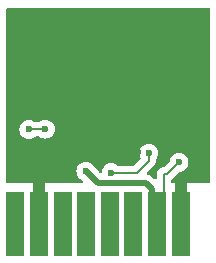
<source format=gbr>
%TF.GenerationSoftware,KiCad,Pcbnew,8.0.8*%
%TF.CreationDate,2025-02-15T05:52:52-08:00*%
%TF.ProjectId,EZ Stepper Line Driver - R2,455a2053-7465-4707-9065-72204c696e65,rev?*%
%TF.SameCoordinates,Original*%
%TF.FileFunction,Copper,L2,Bot*%
%TF.FilePolarity,Positive*%
%FSLAX46Y46*%
G04 Gerber Fmt 4.6, Leading zero omitted, Abs format (unit mm)*
G04 Created by KiCad (PCBNEW 8.0.8) date 2025-02-15 05:52:52*
%MOMM*%
%LPD*%
G01*
G04 APERTURE LIST*
%TA.AperFunction,SMDPad,CuDef*%
%ADD10R,1.600000X5.500000*%
%TD*%
%TA.AperFunction,ViaPad*%
%ADD11C,0.600000*%
%TD*%
%TA.AperFunction,Conductor*%
%ADD12C,0.200000*%
%TD*%
%TA.AperFunction,Conductor*%
%ADD13C,0.500000*%
%TD*%
%TA.AperFunction,Conductor*%
%ADD14C,1.000000*%
%TD*%
G04 APERTURE END LIST*
D10*
%TO.P,U1,9,GND*%
%TO.N,GND*%
X45880000Y124785000D03*
%TO.P,U1,10,5V*%
%TO.N,+5V*%
X43880000Y124785000D03*
%TO.P,U1,11,B2*%
%TO.N,unconnected-(U1-B2-Pad11)*%
X41880000Y124785000D03*
%TO.P,U1,12,B1*%
%TO.N,unconnected-(U1-B1-Pad12)*%
X39880000Y124785000D03*
%TO.P,U1,13,A1*%
%TO.N,unconnected-(U1-A1-Pad13)*%
X37880000Y124785000D03*
%TO.P,U1,14,A2*%
%TO.N,unconnected-(U1-A2-Pad14)*%
X35880000Y124785000D03*
%TO.P,U1,15,GND*%
%TO.N,GND*%
X33880000Y124785000D03*
%TO.P,U1,16,VMOT*%
%TO.N,unconnected-(U1-VMOT-Pad16)*%
X31880000Y124785000D03*
%TD*%
D11*
%TO.N,+5V*%
X34417000Y132842000D03*
X33020000Y132808000D03*
X37846000Y129286000D03*
X45730000Y130035000D03*
%TO.N,GND*%
X46341000Y141224000D03*
X33020000Y129066000D03*
X38091000Y139772000D03*
X35591000Y139772000D03*
X46341000Y140208000D03*
X46863000Y133223000D03*
X32371000Y141224000D03*
X47484000Y140208000D03*
X46341000Y142367000D03*
X32371000Y142367000D03*
X42404000Y140081000D03*
X46641000Y134239000D03*
X47484000Y141224000D03*
X47484000Y142367000D03*
X31750000Y133699000D03*
X40591000Y139772000D03*
X36576000Y133223000D03*
X42291000Y130937000D03*
X33641000Y142367000D03*
X33641000Y141224000D03*
X32371000Y140208000D03*
X33641000Y140208000D03*
%TO.N,/DIAG*%
X43180000Y130810000D03*
X40005000Y129159000D03*
%TD*%
D12*
%TO.N,+5V*%
X44450000Y129006500D02*
X44701500Y129006500D01*
X44450000Y125355000D02*
X43880000Y124785000D01*
D13*
X42926000Y128270000D02*
X38862000Y128270000D01*
X38862000Y128270000D02*
X37846000Y129286000D01*
X43434000Y125231000D02*
X43434000Y127762000D01*
D12*
X34417000Y132842000D02*
X34544000Y132842000D01*
X34417000Y132842000D02*
X33054000Y132842000D01*
X44701500Y129006500D02*
X45730000Y130035000D01*
X43880000Y124785000D02*
X43434000Y125231000D01*
X44450000Y129006500D02*
X44450000Y125355000D01*
X33054000Y132842000D02*
X33020000Y132808000D01*
D13*
X43434000Y127762000D02*
X42926000Y128270000D01*
D14*
%TO.N,GND*%
X33880000Y124785000D02*
X33880000Y129130000D01*
X45880000Y124785000D02*
X45880000Y128535000D01*
D12*
%TO.N,/DIAG*%
X43180000Y130175000D02*
X43180000Y130810000D01*
X40005000Y129159000D02*
X42164000Y129159000D01*
X42164000Y129159000D02*
X43180000Y130175000D01*
%TD*%
%TA.AperFunction,Conductor*%
%TO.N,GND*%
G36*
X48330039Y143109315D02*
G01*
X48375794Y143056511D01*
X48387000Y143005000D01*
X48387000Y128394000D01*
X48367315Y128326961D01*
X48314511Y128281206D01*
X48263000Y128270000D01*
X45174500Y128270000D01*
X45107461Y128289685D01*
X45061706Y128342489D01*
X45050500Y128394000D01*
X45050500Y128454902D01*
X45070185Y128521941D01*
X45086819Y128542583D01*
X45189088Y128644852D01*
X45189090Y128644855D01*
X45748533Y129204298D01*
X45809856Y129237783D01*
X45822330Y129239837D01*
X45909249Y129249630D01*
X46079521Y129309210D01*
X46232262Y129405184D01*
X46359815Y129532737D01*
X46380764Y129566076D01*
X46455789Y129685478D01*
X46515368Y129855745D01*
X46515369Y129855750D01*
X46535565Y130034996D01*
X46535565Y130035003D01*
X46515369Y130214249D01*
X46515368Y130214254D01*
X46510702Y130227589D01*
X46455789Y130384522D01*
X46359816Y130537262D01*
X46232262Y130664816D01*
X46079522Y130760789D01*
X45909255Y130820368D01*
X45909252Y130820368D01*
X45909249Y130820369D01*
X45730004Y130840565D01*
X45729996Y130840565D01*
X45550750Y130820369D01*
X45550745Y130820368D01*
X45380478Y130760789D01*
X45227738Y130664816D01*
X45227737Y130664815D01*
X45100184Y130537262D01*
X45004210Y130384521D01*
X44944630Y130214249D01*
X44934837Y130127330D01*
X44907770Y130062916D01*
X44899298Y130053533D01*
X44489084Y129643319D01*
X44427761Y129609834D01*
X44401403Y129607000D01*
X44370943Y129607000D01*
X44218216Y129566077D01*
X44218209Y129566073D01*
X44081290Y129487024D01*
X44081286Y129487021D01*
X44081284Y129487020D01*
X44081282Y129487018D01*
X43969481Y129375217D01*
X43969475Y129375209D01*
X43890426Y129238290D01*
X43890423Y129238284D01*
X43855178Y129106745D01*
X43849500Y129085556D01*
X43849500Y128707229D01*
X43829815Y128640190D01*
X43777011Y128594435D01*
X43707853Y128584491D01*
X43644297Y128613516D01*
X43637819Y128619548D01*
X43404416Y128852952D01*
X43330729Y128902186D01*
X43281495Y128935084D01*
X43144913Y128991658D01*
X43123033Y128996010D01*
X43061124Y129028393D01*
X43026548Y129089107D01*
X43030286Y129158877D01*
X43059543Y129205308D01*
X43544374Y129690139D01*
X43544385Y129690149D01*
X43548716Y129694480D01*
X43660520Y129806284D01*
X43735700Y129936500D01*
X43739577Y129943215D01*
X43780501Y130095943D01*
X43780501Y130227589D01*
X43800186Y130294628D01*
X43807555Y130304903D01*
X43809815Y130307737D01*
X43853627Y130377462D01*
X43866582Y130398080D01*
X43905788Y130460476D01*
X43965368Y130630745D01*
X43965369Y130630750D01*
X43985565Y130809996D01*
X43985565Y130810003D01*
X43965369Y130989249D01*
X43965368Y130989254D01*
X43965368Y130989255D01*
X43905789Y131159522D01*
X43809816Y131312262D01*
X43682262Y131439816D01*
X43529522Y131535789D01*
X43359255Y131595368D01*
X43359252Y131595368D01*
X43359249Y131595369D01*
X43180004Y131615565D01*
X43179996Y131615565D01*
X43000750Y131595369D01*
X43000745Y131595368D01*
X42830478Y131535789D01*
X42677738Y131439816D01*
X42677737Y131439815D01*
X42550184Y131312262D01*
X42454211Y131159523D01*
X42394631Y130989254D01*
X42394630Y130989249D01*
X42374435Y130810003D01*
X42374435Y130809996D01*
X42394630Y130630750D01*
X42394633Y130630737D01*
X42454209Y130460478D01*
X42464125Y130444699D01*
X42483125Y130377462D01*
X42462757Y130310627D01*
X42446812Y130291047D01*
X41951584Y129795819D01*
X41890261Y129762334D01*
X41863903Y129759500D01*
X40587412Y129759500D01*
X40520373Y129779185D01*
X40510097Y129786555D01*
X40507267Y129788810D01*
X40507262Y129788816D01*
X40354522Y129884789D01*
X40184255Y129944368D01*
X40184252Y129944368D01*
X40184249Y129944369D01*
X40005004Y129964565D01*
X40004996Y129964565D01*
X39825750Y129944369D01*
X39825745Y129944368D01*
X39655478Y129884789D01*
X39502738Y129788816D01*
X39502737Y129788815D01*
X39375184Y129661262D01*
X39279211Y129508523D01*
X39219631Y129338254D01*
X39219630Y129338250D01*
X39211548Y129266517D01*
X39184481Y129202103D01*
X39126886Y129162548D01*
X39057049Y129160411D01*
X39000648Y129192719D01*
X38599305Y129594061D01*
X38576655Y129630134D01*
X38574811Y129629246D01*
X38571789Y129635521D01*
X38571789Y129635522D01*
X38475816Y129788262D01*
X38348262Y129915816D01*
X38195522Y130011789D01*
X38025255Y130071368D01*
X38025252Y130071368D01*
X38025249Y130071369D01*
X37846004Y130091565D01*
X37845996Y130091565D01*
X37666750Y130071369D01*
X37666745Y130071368D01*
X37496478Y130011789D01*
X37343738Y129915816D01*
X37343737Y129915815D01*
X37216184Y129788262D01*
X37120211Y129635523D01*
X37060631Y129465254D01*
X37060630Y129465249D01*
X37040435Y129286003D01*
X37040435Y129285996D01*
X37060630Y129106750D01*
X37060631Y129106745D01*
X37120211Y128936476D01*
X37216184Y128783737D01*
X37343737Y128656184D01*
X37496478Y128560211D01*
X37502756Y128557188D01*
X37501876Y128555362D01*
X37537936Y128532694D01*
X37588949Y128481682D01*
X37622435Y128420359D01*
X37617451Y128350668D01*
X37575580Y128294734D01*
X37510116Y128270316D01*
X37501269Y128270000D01*
X31239000Y128270000D01*
X31171961Y128289685D01*
X31126206Y128342489D01*
X31115000Y128394000D01*
X31115000Y132808003D01*
X32214435Y132808003D01*
X32214435Y132807996D01*
X32234630Y132628750D01*
X32234631Y132628745D01*
X32294211Y132458476D01*
X32390184Y132305737D01*
X32517737Y132178184D01*
X32670476Y132082211D01*
X32840745Y132022631D01*
X32840750Y132022630D01*
X33019996Y132002435D01*
X33020000Y132002435D01*
X33020004Y132002435D01*
X33199249Y132022630D01*
X33199254Y132022631D01*
X33369523Y132082211D01*
X33522262Y132178184D01*
X33549259Y132205181D01*
X33610582Y132238666D01*
X33636940Y132241500D01*
X33834588Y132241500D01*
X33901627Y132221815D01*
X33911903Y132214445D01*
X33914736Y132212185D01*
X34067476Y132116211D01*
X34237745Y132056631D01*
X34237750Y132056630D01*
X34416996Y132036435D01*
X34417000Y132036435D01*
X34417004Y132036435D01*
X34596249Y132056630D01*
X34596254Y132056631D01*
X34766523Y132116211D01*
X34919262Y132212184D01*
X35046815Y132339737D01*
X35142788Y132492476D01*
X35202368Y132662745D01*
X35202369Y132662750D01*
X35222565Y132841996D01*
X35222565Y132842003D01*
X35202369Y133021249D01*
X35202368Y133021254D01*
X35154686Y133157522D01*
X35142789Y133191522D01*
X35046816Y133344262D01*
X34919262Y133471816D01*
X34766522Y133567789D01*
X34596255Y133627368D01*
X34596252Y133627368D01*
X34596249Y133627369D01*
X34417004Y133647565D01*
X34416996Y133647565D01*
X34237750Y133627369D01*
X34237745Y133627368D01*
X34067478Y133567789D01*
X33914738Y133471816D01*
X33914736Y133471814D01*
X33911903Y133469555D01*
X33909724Y133468665D01*
X33908842Y133468111D01*
X33908744Y133468265D01*
X33847217Y133443145D01*
X33834588Y133442500D01*
X33550531Y133442500D01*
X33484559Y133461506D01*
X33473802Y133468265D01*
X33369522Y133533789D01*
X33199255Y133593368D01*
X33199252Y133593368D01*
X33199249Y133593369D01*
X33020004Y133613565D01*
X33019996Y133613565D01*
X32840750Y133593369D01*
X32840745Y133593368D01*
X32670478Y133533789D01*
X32517738Y133437816D01*
X32517737Y133437815D01*
X32390184Y133310262D01*
X32294211Y133157523D01*
X32234631Y132987254D01*
X32234630Y132987249D01*
X32214435Y132808003D01*
X31115000Y132808003D01*
X31115000Y143005000D01*
X31134685Y143072039D01*
X31187489Y143117794D01*
X31239000Y143129000D01*
X48263000Y143129000D01*
X48330039Y143109315D01*
G37*
%TD.AperFunction*%
%TD*%
M02*

</source>
